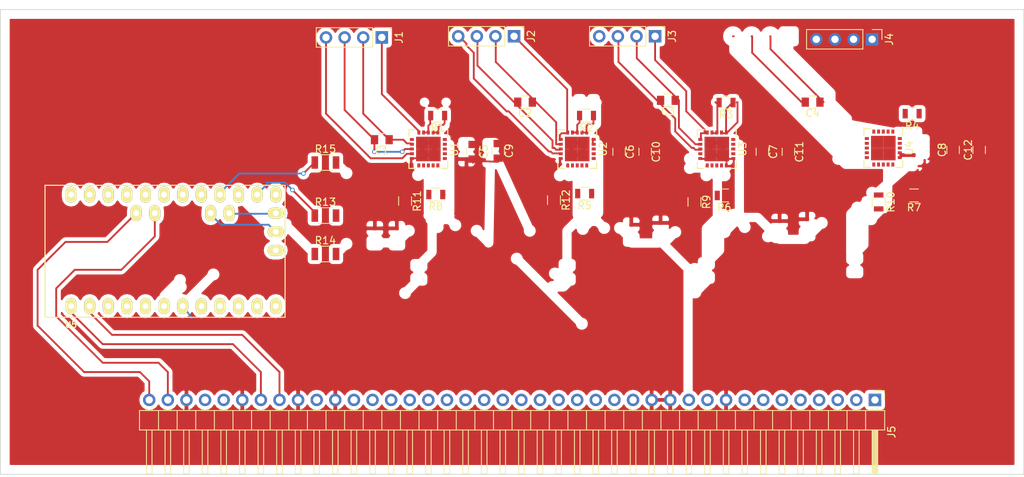
<source format=kicad_pcb>
(kicad_pcb (version 4) (host pcbnew 4.0.6)
  (layers (0 F.Cu signal) (31 B.Cu signal) (34 B.Paste user) (35 F.Paste user) (36 B.SilkS user) (37 F.SilkS user) (38 B.Mask user) (39 F.Mask user) (44 Edge.Cuts user))
  (net 0 "")
  (net 1 /RTDIN0+)
  (net 2 /RTDIN0-)
  (net 3 /RTDIN1+)
  (net 4 /RTDIN1-)
  (net 5 /RTDIN2+)
  (net 6 /RTDIN2-)
  (net 7 /RTDIN3+)
  (net 8 /RTDIN3-)
  (net 9 VDD)
  (net 10 GND)
  (net 11 /IFORCE0+)
  (net 12 /FORCE0-)
  (net 13 /IFORCE1+)
  (net 14 /FORCE1-)
  (net 15 /IFORCE2+)
  (net 16 /FORCE2-)
  (net 17 /IFORCE3+)
  (net 18 /FORCE3-)
  (net 19 "Net-(J5-Pad1)")
  (net 20 "Net-(J5-Pad2)")
  (net 21 "Net-(J5-Pad3)")
  (net 22 "Net-(J5-Pad4)")
  (net 23 "Net-(J5-Pad7)")
  (net 24 "Net-(J5-Pad8)")
  (net 25 VCC)
  (net 26 "Net-(J5-Pad14)")
  (net 27 "Net-(J5-Pad15)")
  (net 28 "Net-(J5-Pad16)")
  (net 29 "Net-(J5-Pad17)")
  (net 30 "Net-(J5-Pad18)")
  (net 31 "Net-(J5-Pad19)")
  (net 32 "Net-(J5-Pad20)")
  (net 33 "Net-(J5-Pad21)")
  (net 34 "Net-(J5-Pad22)")
  (net 35 "Net-(J5-Pad23)")
  (net 36 "Net-(J5-Pad24)")
  (net 37 "Net-(J5-Pad25)")
  (net 38 "Net-(J5-Pad26)")
  (net 39 "Net-(J5-Pad27)")
  (net 40 "Net-(J5-Pad28)")
  (net 41 "Net-(J5-Pad29)")
  (net 42 "Net-(J5-Pad31)")
  (net 43 "Net-(J5-Pad36)")
  (net 44 "Net-(J5-Pad37)")
  (net 45 "Net-(R1-Pad1)")
  (net 46 "Net-(R1-Pad2)")
  (net 47 "Net-(R2-Pad1)")
  (net 48 "Net-(R2-Pad2)")
  (net 49 "Net-(R3-Pad1)")
  (net 50 "Net-(R3-Pad2)")
  (net 51 "Net-(R4-Pad1)")
  (net 52 "Net-(R4-Pad2)")
  (net 53 "Net-(R12-Pad1)")
  (net 54 "Net-(R6-Pad2)")
  (net 55 "Net-(R10-Pad1)")
  (net 56 "Net-(R11-Pad1)")
  (net 57 "Net-(R13-Pad2)")
  (net 58 "Net-(R14-Pad2)")
  (net 59 "Net-(R15-Pad2)")
  (net 60 "Net-(U1-Pad17)")
  (net 61 "Net-(U1-Pad18)")
  (net 62 "Net-(U2-Pad17)")
  (net 63 "Net-(U2-Pad18)")
  (net 64 "Net-(U3-Pad17)")
  (net 65 "Net-(U3-Pad18)")
  (net 66 "Net-(U3-Pad20)")
  (net 67 "Net-(U4-Pad17)")
  (net 68 "Net-(U4-Pad18)")
  (net 69 SCL)
  (net 70 SDA)
  (net 71 "Net-(R13-Pad1)")
  (net 72 "Net-(R14-Pad1)")
  (net 73 "Net-(R15-Pad1)")
  (net 74 "Net-(U5-Pad28)")
  (net 75 "Net-(U5-Pad27)")
  (net 76 RST)
  (net 77 "Net-(U5-Pad4)")
  (net 78 "Net-(U5-Pad9)")
  (net 79 "Net-(U5-Pad10)")
  (net 80 "Net-(U5-Pad11)")
  (net 81 "Net-(U5-Pad12)")
  (net 82 "Net-(U5-Pad13)")
  (net 83 "Net-(U5-Pad17)")
  (net 84 "Net-(U5-Pad18)")
  (net 85 "Net-(U5-Pad19)")
  (net 86 "Net-(U5-Pad20)")
  (net 87 "Net-(U5-Pad21)")
  (net 88 "Net-(U5-Pad22)")
  (net 89 "Net-(U5-Pad23)")
  (net 90 "Net-(U5-Pad29)")
  (net 91 TX)
  (net 92 RX)
  (net 93 CS2)
  (net 94 CS3)
  (net 95 CS0)
  (net 96 CS1)
  (net 97 "Net-(J5-Pad5)")
  (net 98 "Net-(J5-Pad6)")
  (module project_footprints:pro_mini (layer F.Cu) (at 79.5 102.75)
    (fp_text reference U5 (at -13.97 10.16) (layer F.SilkS) (effects (font (size 0.8 0.8) (thickness 0.16))))
    (fp_text value ProMini hide)
    (pad 28 thru_hole oval (at 5.08 -5.08) (size 1.50114 2.19964) (drill 0.8001) (layers *.Cu *.Mask F.SilkS) (net 74 "Net-(U5-Pad28)"))
    (pad 27 thru_hole oval (at 7.62 -5.08) (size 1.50114 2.19964) (drill 0.8001) (layers *.Cu *.Mask F.SilkS) (net 75 "Net-(U5-Pad27)"))
    (pad 1 thru_hole oval (at -13.97 7.62) (size 1.50114 2.19964) (drill 0.8001) (layers *.Cu *.Mask F.SilkS) (net 91 TX))
    (pad 2 thru_hole oval (at -11.43 7.62) (size 1.50114 2.19964) (drill 0.8001) (layers *.Cu *.Mask F.SilkS) (net 92 RX))
    (pad 3 thru_hole oval (at -8.89 7.62) (size 1.50114 2.19964) (drill 0.8001) (layers *.Cu *.Mask F.SilkS) (net 76 RST))
    (pad 4 thru_hole oval (at -6.35 7.62) (size 1.50114 2.19964) (drill 0.8001) (layers *.Cu *.Mask F.SilkS) (net 77 "Net-(U5-Pad4)"))
    (pad 5 thru_hole oval (at -3.81 7.62) (size 1.50114 2.19964) (drill 0.8001) (layers *.Cu *.Mask F.SilkS) (net 95 CS0))
    (pad 6 thru_hole oval (at -1.27 7.62) (size 1.50114 2.19964) (drill 0.8001) (layers *.Cu *.Mask F.SilkS) (net 96 CS1))
    (pad 7 thru_hole oval (at 1.27 7.62) (size 1.50114 2.19964) (drill 0.8001) (layers *.Cu *.Mask F.SilkS) (net 93 CS2))
    (pad 8 thru_hole oval (at 3.81 7.62) (size 1.50114 2.19964) (drill 0.8001) (layers *.Cu *.Mask F.SilkS) (net 94 CS3))
    (pad 9 thru_hole oval (at 6.35 7.62) (size 1.50114 2.19964) (drill 0.8001) (layers *.Cu *.Mask F.SilkS) (net 78 "Net-(U5-Pad9)"))
    (pad 10 thru_hole oval (at 8.89 7.62) (size 1.50114 2.19964) (drill 0.8001) (layers *.Cu *.Mask F.SilkS) (net 79 "Net-(U5-Pad10)"))
    (pad 11 thru_hole oval (at 11.43 7.62) (size 1.50114 2.19964) (drill 0.8001) (layers *.Cu *.Mask F.SilkS) (net 80 "Net-(U5-Pad11)"))
    (pad 12 thru_hole oval (at 13.97 7.62) (size 1.50114 2.19964) (drill 0.8001) (layers *.Cu *.Mask F.SilkS) (net 81 "Net-(U5-Pad12)"))
    (pad 13 thru_hole oval (at 13.97 -7.62) (size 1.50114 2.19964) (drill 0.8001) (layers *.Cu *.Mask F.SilkS) (net 82 "Net-(U5-Pad13)"))
    (pad 14 thru_hole oval (at 11.43 -7.62) (size 1.50114 2.19964) (drill 0.8001) (layers *.Cu *.Mask F.SilkS) (net 71 "Net-(R13-Pad1)"))
    (pad 15 thru_hole oval (at 8.89 -7.62) (size 1.50114 2.19964) (drill 0.8001) (layers *.Cu *.Mask F.SilkS) (net 72 "Net-(R14-Pad1)"))
    (pad 16 thru_hole oval (at 6.35 -7.62) (size 1.50114 2.19964) (drill 0.8001) (layers *.Cu *.Mask F.SilkS) (net 73 "Net-(R15-Pad1)"))
    (pad 17 thru_hole oval (at 3.81 -7.62) (size 1.50114 2.19964) (drill 0.8001) (layers *.Cu *.Mask F.SilkS) (net 83 "Net-(U5-Pad17)"))
    (pad 18 thru_hole oval (at 1.27 -7.62) (size 1.50114 2.19964) (drill 0.8001) (layers *.Cu *.Mask F.SilkS) (net 84 "Net-(U5-Pad18)"))
    (pad 19 thru_hole oval (at -1.27 -7.62) (size 1.50114 2.19964) (drill 0.8001) (layers *.Cu *.Mask F.SilkS) (net 85 "Net-(U5-Pad19)"))
    (pad 20 thru_hole oval (at -3.81 -7.62) (size 1.50114 2.19964) (drill 0.8001) (layers *.Cu *.Mask F.SilkS) (net 86 "Net-(U5-Pad20)"))
    (pad 21 thru_hole oval (at -6.35 -7.62) (size 1.50114 2.19964) (drill 0.8001) (layers *.Cu *.Mask F.SilkS) (net 87 "Net-(U5-Pad21)"))
    (pad 22 thru_hole oval (at -8.89 -7.62) (size 1.50114 2.19964) (drill 0.8001) (layers *.Cu *.Mask F.SilkS) (net 88 "Net-(U5-Pad22)"))
    (pad 23 thru_hole oval (at -11.43 -7.62) (size 1.50114 2.19964) (drill 0.8001) (layers *.Cu *.Mask F.SilkS) (net 89 "Net-(U5-Pad23)"))
    (pad 24 thru_hole oval (at -13.97 -7.62) (size 1.50114 2.19964) (drill 0.8001) (layers *.Cu *.Mask F.SilkS) (net 25 VCC))
    (pad 25 thru_hole oval (at -2.54 -5.08) (size 1.50114 2.19964) (drill 0.8001) (layers *.Cu *.Mask F.SilkS) (net 70 SDA))
    (pad 26 thru_hole oval (at -5.08 -5.08) (size 1.50114 2.19964) (drill 0.8001) (layers *.Cu *.Mask F.SilkS) (net 69 SCL))
    (pad 27 thru_hole oval (at 13.97 -5.08) (size 2.19964 1.50114) (drill 0.8001) (layers *.Cu *.Mask F.SilkS) (net 75 "Net-(U5-Pad27)"))
    (pad 28 thru_hole oval (at 13.97 -2.54) (size 2.19964 1.50114) (drill 0.8001) (layers *.Cu *.Mask F.SilkS) (net 74 "Net-(U5-Pad28)"))
    (pad 29 thru_hole oval (at 13.97 0) (size 2.19964 1.50114) (drill 0.8001) (layers *.Cu *.Mask F.SilkS) (net 90 "Net-(U5-Pad29)"))
  )
  (module Socket_Strips:Socket_Strip_Straight_1x04_Pitch2.54mm (layer F.Cu) (at 107.95 73.66 270)
    (fp_text reference J1 (at 0 -2.33 270) (layer F.SilkS))
    (fp_text value CONN_01X04)
    (pad 1 thru_hole rect (at 0 0 270) (size 1.7 1.7) (drill 1) (layers *.Cu *.Mask) (net 11 /IFORCE0+))
    (pad 2 thru_hole oval (at 0 2.54 270) (size 1.7 1.7) (drill 1) (layers *.Cu *.Mask) (net 1 /RTDIN0+))
    (pad 3 thru_hole oval (at 0 5.08 270) (size 1.7 1.7) (drill 1) (layers *.Cu *.Mask) (net 2 /RTDIN0-))
    (pad 4 thru_hole oval (at 0 7.62 270) (size 1.7 1.7) (drill 1) (layers *.Cu *.Mask) (net 12 /FORCE0-))
  )
  (module Socket_Strips:Socket_Strip_Straight_1x04_Pitch2.54mm (layer F.Cu) (at 126 73.5 270)
    (fp_text reference J2 (at 0 -2.33 270) (layer F.SilkS))
    (fp_text value CONN_01X04)
    (pad 1 thru_hole rect (at 0 0 270) (size 1.7 1.7) (drill 1) (layers *.Cu *.Mask) (net 13 /IFORCE1+))
    (pad 2 thru_hole oval (at 0 2.54 270) (size 1.7 1.7) (drill 1) (layers *.Cu *.Mask) (net 3 /RTDIN1+))
    (pad 3 thru_hole oval (at 0 5.08 270) (size 1.7 1.7) (drill 1) (layers *.Cu *.Mask) (net 4 /RTDIN1-))
    (pad 4 thru_hole oval (at 0 7.62 270) (size 1.7 1.7) (drill 1) (layers *.Cu *.Mask) (net 14 /FORCE1-))
  )
  (module Socket_Strips:Socket_Strip_Straight_1x04_Pitch2.54mm (layer F.Cu) (at 145.25 73.5 270)
    (fp_text reference J3 (at 0 -2.33 270) (layer F.SilkS))
    (fp_text value CONN_01X04)
    (pad 1 thru_hole rect (at 0 0 270) (size 1.7 1.7) (drill 1) (layers *.Cu *.Mask) (net 15 /IFORCE2+))
    (pad 2 thru_hole oval (at 0 2.54 270) (size 1.7 1.7) (drill 1) (layers *.Cu *.Mask) (net 5 /RTDIN2+))
    (pad 3 thru_hole oval (at 0 5.08 270) (size 1.7 1.7) (drill 1) (layers *.Cu *.Mask) (net 6 /RTDIN2-))
    (pad 4 thru_hole oval (at 0 7.62 270) (size 1.7 1.7) (drill 1) (layers *.Cu *.Mask) (net 16 /FORCE2-))
  )
  (module Socket_Strips:Socket_Strip_Straight_1x04_Pitch2.54mm (layer F.Cu) (at 174.879 73.914 270)
    (fp_text reference J4 (at 0 -2.33 270) (layer F.SilkS))
    (fp_text value CONN_01X04)
    (pad 1 thru_hole rect (at 0 0 270) (size 1.7 1.7) (drill 1) (layers *.Cu *.Mask) (net 17 /IFORCE3+))
    (pad 2 thru_hole oval (at 0 2.54 270) (size 1.7 1.7) (drill 1) (layers *.Cu *.Mask) (net 7 /RTDIN3+))
    (pad 3 thru_hole oval (at 0 5.08 270) (size 1.7 1.7) (drill 1) (layers *.Cu *.Mask) (net 8 /RTDIN3-))
    (pad 4 thru_hole oval (at 0 7.62 270) (size 1.7 1.7) (drill 1) (layers *.Cu *.Mask) (net 18 /FORCE3-))
  )
  (module Pin_Headers:Pin_Header_Angled_1x40_Pitch2.54mm (layer F.Cu) (at 175.26 123.19 270)
    (fp_text reference J5 (at 4.385 -2.27 270) (layer F.SilkS))
    (fp_text value CONN_01X40)
    (pad 1 thru_hole rect (at 0 0 270) (size 1.7 1.7) (drill 1) (layers *.Cu *.Mask) (net 19 "Net-(J5-Pad1)"))
    (pad 2 thru_hole oval (at 0 2.54 270) (size 1.7 1.7) (drill 1) (layers *.Cu *.Mask) (net 20 "Net-(J5-Pad2)"))
    (pad 3 thru_hole oval (at 0 5.08 270) (size 1.7 1.7) (drill 1) (layers *.Cu *.Mask) (net 21 "Net-(J5-Pad3)"))
    (pad 4 thru_hole oval (at 0 7.62 270) (size 1.7 1.7) (drill 1) (layers *.Cu *.Mask) (net 22 "Net-(J5-Pad4)"))
    (pad 5 thru_hole oval (at 0 10.16 270) (size 1.7 1.7) (drill 1) (layers *.Cu *.Mask) (net 97 "Net-(J5-Pad5)"))
    (pad 6 thru_hole oval (at 0 12.7 270) (size 1.7 1.7) (drill 1) (layers *.Cu *.Mask) (net 98 "Net-(J5-Pad6)"))
    (pad 7 thru_hole oval (at 0 15.24 270) (size 1.7 1.7) (drill 1) (layers *.Cu *.Mask) (net 23 "Net-(J5-Pad7)"))
    (pad 8 thru_hole oval (at 0 17.78 270) (size 1.7 1.7) (drill 1) (layers *.Cu *.Mask) (net 24 "Net-(J5-Pad8)"))
    (pad 9 thru_hole oval (at 0 20.32 270) (size 1.7 1.7) (drill 1) (layers *.Cu *.Mask) (net 10 GND))
    (pad 10 thru_hole oval (at 0 22.86 270) (size 1.7 1.7) (drill 1) (layers *.Cu *.Mask) (net 25 VCC))
    (pad 11 thru_hole oval (at 0 25.4 270) (size 1.7 1.7) (drill 1) (layers *.Cu *.Mask) (net 9 VDD))
    (pad 12 thru_hole oval (at 0 27.94 270) (size 1.7 1.7) (drill 1) (layers *.Cu *.Mask) (net 10 GND))
    (pad 13 thru_hole oval (at 0 30.48 270) (size 1.7 1.7) (drill 1) (layers *.Cu *.Mask) (net 10 GND))
    (pad 14 thru_hole oval (at 0 33.02 270) (size 1.7 1.7) (drill 1) (layers *.Cu *.Mask) (net 26 "Net-(J5-Pad14)"))
    (pad 15 thru_hole oval (at 0 35.56 270) (size 1.7 1.7) (drill 1) (layers *.Cu *.Mask) (net 27 "Net-(J5-Pad15)"))
    (pad 16 thru_hole oval (at 0 38.1 270) (size 1.7 1.7) (drill 1) (layers *.Cu *.Mask) (net 28 "Net-(J5-Pad16)"))
    (pad 17 thru_hole oval (at 0 40.64 270) (size 1.7 1.7) (drill 1) (layers *.Cu *.Mask) (net 29 "Net-(J5-Pad17)"))
    (pad 18 thru_hole oval (at 0 43.18 270) (size 1.7 1.7) (drill 1) (layers *.Cu *.Mask) (net 30 "Net-(J5-Pad18)"))
    (pad 19 thru_hole oval (at 0 45.72 270) (size 1.7 1.7) (drill 1) (layers *.Cu *.Mask) (net 31 "Net-(J5-Pad19)"))
    (pad 20 thru_hole oval (at 0 48.26 270) (size 1.7 1.7) (drill 1) (layers *.Cu *.Mask) (net 32 "Net-(J5-Pad20)"))
    (pad 21 thru_hole oval (at 0 50.8 270) (size 1.7 1.7) (drill 1) (layers *.Cu *.Mask) (net 33 "Net-(J5-Pad21)"))
    (pad 22 thru_hole oval (at 0 53.34 270) (size 1.7 1.7) (drill 1) (layers *.Cu *.Mask) (net 34 "Net-(J5-Pad22)"))
    (pad 23 thru_hole oval (at 0 55.88 270) (size 1.7 1.7) (drill 1) (layers *.Cu *.Mask) (net 35 "Net-(J5-Pad23)"))
    (pad 24 thru_hole oval (at 0 58.42 270) (size 1.7 1.7) (drill 1) (layers *.Cu *.Mask) (net 36 "Net-(J5-Pad24)"))
    (pad 25 thru_hole oval (at 0 60.96 270) (size 1.7 1.7) (drill 1) (layers *.Cu *.Mask) (net 37 "Net-(J5-Pad25)"))
    (pad 26 thru_hole oval (at 0 63.5 270) (size 1.7 1.7) (drill 1) (layers *.Cu *.Mask) (net 38 "Net-(J5-Pad26)"))
    (pad 27 thru_hole oval (at 0 66.04 270) (size 1.7 1.7) (drill 1) (layers *.Cu *.Mask) (net 39 "Net-(J5-Pad27)"))
    (pad 28 thru_hole oval (at 0 68.58 270) (size 1.7 1.7) (drill 1) (layers *.Cu *.Mask) (net 40 "Net-(J5-Pad28)"))
    (pad 29 thru_hole oval (at 0 71.12 270) (size 1.7 1.7) (drill 1) (layers *.Cu *.Mask) (net 41 "Net-(J5-Pad29)"))
    (pad 30 thru_hole oval (at 0 73.66 270) (size 1.7 1.7) (drill 1) (layers *.Cu *.Mask) (net 10 GND))
    (pad 31 thru_hole oval (at 0 76.2 270) (size 1.7 1.7) (drill 1) (layers *.Cu *.Mask) (net 42 "Net-(J5-Pad31)"))
    (pad 32 thru_hole oval (at 0 78.74 270) (size 1.7 1.7) (drill 1) (layers *.Cu *.Mask) (net 10 GND))
    (pad 33 thru_hole oval (at 0 81.28 270) (size 1.7 1.7) (drill 1) (layers *.Cu *.Mask) (net 92 RX))
    (pad 34 thru_hole oval (at 0 83.82 270) (size 1.7 1.7) (drill 1) (layers *.Cu *.Mask) (net 91 TX))
    (pad 35 thru_hole oval (at 0 86.36 270) (size 1.7 1.7) (drill 1) (layers *.Cu *.Mask) (net 10 GND))
    (pad 36 thru_hole oval (at 0 88.9 270) (size 1.7 1.7) (drill 1) (layers *.Cu *.Mask) (net 43 "Net-(J5-Pad36)"))
    (pad 37 thru_hole oval (at 0 91.44 270) (size 1.7 1.7) (drill 1) (layers *.Cu *.Mask) (net 44 "Net-(J5-Pad37)"))
    (pad 38 thru_hole oval (at 0 93.98 270) (size 1.7 1.7) (drill 1) (layers *.Cu *.Mask) (net 10 GND))
    (pad 39 thru_hole oval (at 0 96.52 270) (size 1.7 1.7) (drill 1) (layers *.Cu *.Mask) (net 70 SDA))
    (pad 40 thru_hole oval (at 0 99.06 270) (size 1.7 1.7) (drill 1) (layers *.Cu *.Mask) (net 69 SCL))
  )
  (module Resistors_SMD:R_1206 (layer F.Cu) (at 100.25 98)
    (fp_text reference R13 (at 0 -1.85) (layer F.SilkS))
    (fp_text value 150)
    (pad 1 smd rect (at -1.45 0) (size 0.9 1.7) (layers F.Cu F.Paste F.Mask) (net 71 "Net-(R13-Pad1)"))
    (pad 2 smd rect (at 1.45 0) (size 0.9 1.7) (layers F.Cu F.Paste F.Mask) (net 57 "Net-(R13-Pad2)"))
  )
  (module Resistors_SMD:R_1206 (layer F.Cu) (at 100.25 103.25)
    (fp_text reference R14 (at 0 -1.85) (layer F.SilkS))
    (fp_text value 150)
    (pad 1 smd rect (at -1.45 0) (size 0.9 1.7) (layers F.Cu F.Paste F.Mask) (net 72 "Net-(R14-Pad1)"))
    (pad 2 smd rect (at 1.45 0) (size 0.9 1.7) (layers F.Cu F.Paste F.Mask) (net 58 "Net-(R14-Pad2)"))
  )
  (module Resistors_SMD:R_1206 (layer F.Cu) (at 100.25 90.75)
    (fp_text reference R15 (at 0 -1.85) (layer F.SilkS))
    (fp_text value 150)
    (pad 1 smd rect (at -1.45 0) (size 0.9 1.7) (layers F.Cu F.Paste F.Mask) (net 73 "Net-(R15-Pad1)"))
    (pad 2 smd rect (at 1.45 0) (size 0.9 1.7) (layers F.Cu F.Paste F.Mask) (net 59 "Net-(R15-Pad2)"))
  )
  (module project_footprints:QFN-20-1EP_5x5mm_Pitch0.65mm (layer F.Cu) (at 114.3 88.9 270)
    (fp_text reference U1 (at 0 -3.525 270) (layer F.SilkS))
    (fp_text value MAX31865)
    (pad 1 smd rect (at -2.25 -1.3 270) (size 0.55 0.4) (layers F.Cu F.Paste F.Mask) (net 45 "Net-(R1-Pad1)"))
    (pad 2 smd rect (at -2.25 -0.65 270) (size 0.55 0.4) (layers F.Cu F.Paste F.Mask) (net 45 "Net-(R1-Pad1)"))
    (pad 3 smd rect (at -2.25 0 270) (size 0.55 0.4) (layers F.Cu F.Paste F.Mask) (net 46 "Net-(R1-Pad2)"))
    (pad 4 smd rect (at -2.25 0.65 270) (size 0.55 0.4) (layers F.Cu F.Paste F.Mask) (net 46 "Net-(R1-Pad2)"))
    (pad 5 smd rect (at -2.25 1.3 270) (size 0.55 0.4) (layers F.Cu F.Paste F.Mask) (net 11 /IFORCE0+))
    (pad 6 smd rect (at -1.3 2.25) (size 0.55 0.4) (layers F.Cu F.Paste F.Mask) (net 11 /IFORCE0+))
    (pad 7 smd rect (at -0.65 2.25) (size 0.55 0.4) (layers F.Cu F.Paste F.Mask) (net 1 /RTDIN0+))
    (pad 8 smd rect (at 0 2.25) (size 0.55 0.4) (layers F.Cu F.Paste F.Mask) (net 2 /RTDIN0-))
    (pad 9 smd rect (at 0.65 2.25) (size 0.55 0.4) (layers F.Cu F.Paste F.Mask) (net 12 /FORCE0-))
    (pad 10 smd rect (at 1.3 2.25) (size 0.55 0.4) (layers F.Cu F.Paste F.Mask) (net 10 GND))
    (pad 11 smd rect (at 2.25 1.3 270) (size 0.55 0.4) (layers F.Cu F.Paste F.Mask) (net 57 "Net-(R13-Pad2)"))
    (pad 12 smd rect (at 2.25 0.65 270) (size 0.55 0.4) (layers F.Cu F.Paste F.Mask) (net 59 "Net-(R15-Pad2)"))
    (pad 13 smd rect (at 2.25 0 270) (size 0.55 0.4) (layers F.Cu F.Paste F.Mask) (net 56 "Net-(R11-Pad1)"))
    (pad 14 smd rect (at 2.25 -0.65 270) (size 0.55 0.4) (layers F.Cu F.Paste F.Mask) (net 58 "Net-(R14-Pad2)"))
    (pad 15 smd rect (at 2.25 -1.3 270) (size 0.55 0.4) (layers F.Cu F.Paste F.Mask) (net 10 GND))
    (pad 16 smd rect (at 1.3 -2.25) (size 0.55 0.4) (layers F.Cu F.Paste F.Mask) (net 10 GND))
    (pad 17 smd rect (at 0.65 -2.25) (size 0.55 0.4) (layers F.Cu F.Paste F.Mask) (net 60 "Net-(U1-Pad17)"))
    (pad 18 smd rect (at 0 -2.25) (size 0.55 0.4) (layers F.Cu F.Paste F.Mask) (net 61 "Net-(U1-Pad18)"))
    (pad 19 smd rect (at -0.65 -2.25) (size 0.55 0.4) (layers F.Cu F.Paste F.Mask) (net 9 VDD))
    (pad 20 smd rect (at -1.3 -2.25) (size 0.55 0.4) (layers F.Cu F.Paste F.Mask) (net 9 VDD))
    (pad 21 smd rect (at 0.8375 0.8375 270) (size 1.675 1.675) (layers F.Cu F.Paste F.Mask) (net 10 GND))
    (pad 21 smd rect (at 0.8375 -0.8375 270) (size 1.675 1.675) (layers F.Cu F.Paste F.Mask) (net 10 GND))
    (pad 21 smd rect (at -0.8375 0.8375 270) (size 1.675 1.675) (layers F.Cu F.Paste F.Mask) (net 10 GND))
    (pad 21 smd rect (at -0.8375 -0.8375 270) (size 1.675 1.675) (layers F.Cu F.Paste F.Mask) (net 10 GND))
  )
  (module project_footprints:QFN-20-1EP_5x5mm_Pitch0.65mm (layer F.Cu) (at 134.62 88.9 270)
    (fp_text reference U2 (at 0 -3.525 270) (layer F.SilkS))
    (fp_text value MAX31865)
    (pad 1 smd rect (at -2.25 -1.3 270) (size 0.55 0.4) (layers F.Cu F.Paste F.Mask) (net 47 "Net-(R2-Pad1)"))
    (pad 2 smd rect (at -2.25 -0.65 270) (size 0.55 0.4) (layers F.Cu F.Paste F.Mask) (net 47 "Net-(R2-Pad1)"))
    (pad 3 smd rect (at -2.25 0 270) (size 0.55 0.4) (layers F.Cu F.Paste F.Mask) (net 48 "Net-(R2-Pad2)"))
    (pad 4 smd rect (at -2.25 0.65 270) (size 0.55 0.4) (layers F.Cu F.Paste F.Mask) (net 48 "Net-(R2-Pad2)"))
    (pad 5 smd rect (at -2.25 1.3 270) (size 0.55 0.4) (layers F.Cu F.Paste F.Mask) (net 13 /IFORCE1+))
    (pad 6 smd rect (at -1.3 2.25) (size 0.55 0.4) (layers F.Cu F.Paste F.Mask) (net 13 /IFORCE1+))
    (pad 7 smd rect (at -0.65 2.25) (size 0.55 0.4) (layers F.Cu F.Paste F.Mask) (net 3 /RTDIN1+))
    (pad 8 smd rect (at 0 2.25) (size 0.55 0.4) (layers F.Cu F.Paste F.Mask) (net 4 /RTDIN1-))
    (pad 9 smd rect (at 0.65 2.25) (size 0.55 0.4) (layers F.Cu F.Paste F.Mask) (net 14 /FORCE1-))
    (pad 10 smd rect (at 1.3 2.25) (size 0.55 0.4) (layers F.Cu F.Paste F.Mask) (net 10 GND))
    (pad 11 smd rect (at 2.25 1.3 270) (size 0.55 0.4) (layers F.Cu F.Paste F.Mask) (net 57 "Net-(R13-Pad2)"))
    (pad 12 smd rect (at 2.25 0.65 270) (size 0.55 0.4) (layers F.Cu F.Paste F.Mask) (net 59 "Net-(R15-Pad2)"))
    (pad 13 smd rect (at 2.25 0 270) (size 0.55 0.4) (layers F.Cu F.Paste F.Mask) (net 53 "Net-(R12-Pad1)"))
    (pad 14 smd rect (at 2.25 -0.65 270) (size 0.55 0.4) (layers F.Cu F.Paste F.Mask) (net 58 "Net-(R14-Pad2)"))
    (pad 15 smd rect (at 2.25 -1.3 270) (size 0.55 0.4) (layers F.Cu F.Paste F.Mask) (net 10 GND))
    (pad 16 smd rect (at 1.3 -2.25) (size 0.55 0.4) (layers F.Cu F.Paste F.Mask) (net 10 GND))
    (pad 17 smd rect (at 0.65 -2.25) (size 0.55 0.4) (layers F.Cu F.Paste F.Mask) (net 62 "Net-(U2-Pad17)"))
    (pad 18 smd rect (at 0 -2.25) (size 0.55 0.4) (layers F.Cu F.Paste F.Mask) (net 63 "Net-(U2-Pad18)"))
    (pad 19 smd rect (at -0.65 -2.25) (size 0.55 0.4) (layers F.Cu F.Paste F.Mask) (net 9 VDD))
    (pad 20 smd rect (at -1.3 -2.25) (size 0.55 0.4) (layers F.Cu F.Paste F.Mask) (net 9 VDD))
    (pad 21 smd rect (at 0.8375 0.8375 270) (size 1.675 1.675) (layers F.Cu F.Paste F.Mask) (net 10 GND))
    (pad 21 smd rect (at 0.8375 -0.8375 270) (size 1.675 1.675) (layers F.Cu F.Paste F.Mask) (net 10 GND))
    (pad 21 smd rect (at -0.8375 0.8375 270) (size 1.675 1.675) (layers F.Cu F.Paste F.Mask) (net 10 GND))
    (pad 21 smd rect (at -0.8375 -0.8375 270) (size 1.675 1.675) (layers F.Cu F.Paste F.Mask) (net 10 GND))
  )
  (module project_footprints:QFN-20-1EP_5x5mm_Pitch0.65mm (layer F.Cu) (at 153.67 88.9 270)
    (fp_text reference U3 (at 0 -3.525 270) (layer F.SilkS))
    (fp_text value MAX31865)
    (pad 1 smd rect (at -2.25 -1.3 270) (size 0.55 0.4) (layers F.Cu F.Paste F.Mask) (net 49 "Net-(R3-Pad1)"))
    (pad 2 smd rect (at -2.25 -0.65 270) (size 0.55 0.4) (layers F.Cu F.Paste F.Mask) (net 49 "Net-(R3-Pad1)"))
    (pad 3 smd rect (at -2.25 0 270) (size 0.55 0.4) (layers F.Cu F.Paste F.Mask) (net 50 "Net-(R3-Pad2)"))
    (pad 4 smd rect (at -2.25 0.65 270) (size 0.55 0.4) (layers F.Cu F.Paste F.Mask) (net 50 "Net-(R3-Pad2)"))
    (pad 5 smd rect (at -2.25 1.3 270) (size 0.55 0.4) (layers F.Cu F.Paste F.Mask) (net 15 /IFORCE2+))
    (pad 6 smd rect (at -1.3 2.25) (size 0.55 0.4) (layers F.Cu F.Paste F.Mask) (net 15 /IFORCE2+))
    (pad 7 smd rect (at -0.65 2.25) (size 0.55 0.4) (layers F.Cu F.Paste F.Mask) (net 5 /RTDIN2+))
    (pad 8 smd rect (at 0 2.25) (size 0.55 0.4) (layers F.Cu F.Paste F.Mask) (net 6 /RTDIN2-))
    (pad 9 smd rect (at 0.65 2.25) (size 0.55 0.4) (layers F.Cu F.Paste F.Mask) (net 16 /FORCE2-))
    (pad 10 smd rect (at 1.3 2.25) (size 0.55 0.4) (layers F.Cu F.Paste F.Mask) (net 10 GND))
    (pad 11 smd rect (at 2.25 1.3 270) (size 0.55 0.4) (layers F.Cu F.Paste F.Mask) (net 57 "Net-(R13-Pad2)"))
    (pad 12 smd rect (at 2.25 0.65 270) (size 0.55 0.4) (layers F.Cu F.Paste F.Mask) (net 59 "Net-(R15-Pad2)"))
    (pad 13 smd rect (at 2.25 0 270) (size 0.55 0.4) (layers F.Cu F.Paste F.Mask) (net 54 "Net-(R6-Pad2)"))
    (pad 14 smd rect (at 2.25 -0.65 270) (size 0.55 0.4) (layers F.Cu F.Paste F.Mask) (net 58 "Net-(R14-Pad2)"))
    (pad 15 smd rect (at 2.25 -1.3 270) (size 0.55 0.4) (layers F.Cu F.Paste F.Mask) (net 10 GND))
    (pad 16 smd rect (at 1.3 -2.25) (size 0.55 0.4) (layers F.Cu F.Paste F.Mask) (net 10 GND))
    (pad 17 smd rect (at 0.65 -2.25) (size 0.55 0.4) (layers F.Cu F.Paste F.Mask) (net 64 "Net-(U3-Pad17)"))
    (pad 18 smd rect (at 0 -2.25) (size 0.55 0.4) (layers F.Cu F.Paste F.Mask) (net 65 "Net-(U3-Pad18)"))
    (pad 19 smd rect (at -0.65 -2.25) (size 0.55 0.4) (layers F.Cu F.Paste F.Mask) (net 9 VDD))
    (pad 20 smd rect (at -1.3 -2.25) (size 0.55 0.4) (layers F.Cu F.Paste F.Mask) (net 66 "Net-(U3-Pad20)"))
    (pad 21 smd rect (at 0.8375 0.8375 270) (size 1.675 1.675) (layers F.Cu F.Paste F.Mask) (net 10 GND))
    (pad 21 smd rect (at 0.8375 -0.8375 270) (size 1.675 1.675) (layers F.Cu F.Paste F.Mask) (net 10 GND))
    (pad 21 smd rect (at -0.8375 0.8375 270) (size 1.675 1.675) (layers F.Cu F.Paste F.Mask) (net 10 GND))
    (pad 21 smd rect (at -0.8375 -0.8375 270) (size 1.675 1.675) (layers F.Cu F.Paste F.Mask) (net 10 GND))
  )
  (module project_footprints:QFN-20-1EP_5x5mm_Pitch0.65mm (layer F.Cu) (at 176.403 88.773 270)
    (fp_text reference U4 (at 0 -3.525 270) (layer F.SilkS))
    (fp_text value MAX31865)
    (pad 1 smd rect (at -2.25 -1.3 270) (size 0.55 0.4) (layers F.Cu F.Paste F.Mask) (net 51 "Net-(R4-Pad1)"))
    (pad 2 smd rect (at -2.25 -0.65 270) (size 0.55 0.4) (layers F.Cu F.Paste F.Mask) (net 51 "Net-(R4-Pad1)"))
    (pad 3 smd rect (at -2.25 0 270) (size 0.55 0.4) (layers F.Cu F.Paste F.Mask) (net 52 "Net-(R4-Pad2)"))
    (pad 4 smd rect (at -2.25 0.65 270) (size 0.55 0.4) (layers F.Cu F.Paste F.Mask) (net 52 "Net-(R4-Pad2)"))
    (pad 5 smd rect (at -2.25 1.3 270) (size 0.55 0.4) (layers F.Cu F.Paste F.Mask) (net 17 /IFORCE3+))
    (pad 6 smd rect (at -1.3 2.25) (size 0.55 0.4) (layers F.Cu F.Paste F.Mask) (net 17 /IFORCE3+))
    (pad 7 smd rect (at -0.65 2.25) (size 0.55 0.4) (layers F.Cu F.Paste F.Mask) (net 7 /RTDIN3+))
    (pad 8 smd rect (at 0 2.25) (size 0.55 0.4) (layers F.Cu F.Paste F.Mask) (net 8 /RTDIN3-))
    (pad 9 smd rect (at 0.65 2.25) (size 0.55 0.4) (layers F.Cu F.Paste F.Mask) (net 18 /FORCE3-))
    (pad 10 smd rect (at 1.3 2.25) (size 0.55 0.4) (layers F.Cu F.Paste F.Mask) (net 10 GND))
    (pad 11 smd rect (at 2.25 1.3 270) (size 0.55 0.4) (layers F.Cu F.Paste F.Mask) (net 57 "Net-(R13-Pad2)"))
    (pad 12 smd rect (at 2.25 0.65 270) (size 0.55 0.4) (layers F.Cu F.Paste F.Mask) (net 59 "Net-(R15-Pad2)"))
    (pad 13 smd rect (at 2.25 0 270) (size 0.55 0.4) (layers F.Cu F.Paste F.Mask) (net 55 "Net-(R10-Pad1)"))
    (pad 14 smd rect (at 2.25 -0.65 270) (size 0.55 0.4) (layers F.Cu F.Paste F.Mask) (net 58 "Net-(R14-Pad2)"))
    (pad 15 smd rect (at 2.25 -1.3 270) (size 0.55 0.4) (layers F.Cu F.Paste F.Mask) (net 10 GND))
    (pad 16 smd rect (at 1.3 -2.25) (size 0.55 0.4) (layers F.Cu F.Paste F.Mask) (net 10 GND))
    (pad 17 smd rect (at 0.65 -2.25) (size 0.55 0.4) (layers F.Cu F.Paste F.Mask) (net 67 "Net-(U4-Pad17)"))
    (pad 18 smd rect (at 0 -2.25) (size 0.55 0.4) (layers F.Cu F.Paste F.Mask) (net 68 "Net-(U4-Pad18)"))
    (pad 19 smd rect (at -0.65 -2.25) (size 0.55 0.4) (layers F.Cu F.Paste F.Mask) (net 9 VDD))
    (pad 20 smd rect (at -1.3 -2.25) (size 0.55 0.4) (layers F.Cu F.Paste F.Mask) (net 9 VDD))
    (pad 21 smd rect (at 0.8375 0.8375 270) (size 1.675 1.675) (layers F.Cu F.Paste F.Mask) (net 10 GND))
    (pad 21 smd rect (at 0.8375 -0.8375 270) (size 1.675 1.675) (layers F.Cu F.Paste F.Mask) (net 10 GND))
    (pad 21 smd rect (at -0.8375 0.8375 270) (size 1.675 1.675) (layers F.Cu F.Paste F.Mask) (net 10 GND))
    (pad 21 smd rect (at -0.8375 -0.8375 270) (size 1.675 1.675) (layers F.Cu F.Paste F.Mask) (net 10 GND))
  )
  (module Resistors_SMD:R_0805 (layer F.Cu) (at 115.57 84.328 180)
    (fp_text reference R1 (at 0 -1.65 180) (layer F.SilkS))
    (fp_text value 400)
    (pad 1 smd rect (at -0.95 0 180) (size 0.7 1.3) (layers F.Cu F.Paste F.Mask) (net 45 "Net-(R1-Pad1)"))
    (pad 2 smd rect (at 0.95 0 180) (size 0.7 1.3) (layers F.Cu F.Paste F.Mask) (net 46 "Net-(R1-Pad2)"))
  )
  (module Resistors_SMD:R_0805 (layer F.Cu) (at 135.89 84.328 180)
    (fp_text reference R2 (at 0 -1.65 180) (layer F.SilkS))
    (fp_text value 400)
    (pad 1 smd rect (at -0.95 0 180) (size 0.7 1.3) (layers F.Cu F.Paste F.Mask) (net 47 "Net-(R2-Pad1)"))
    (pad 2 smd rect (at 0.95 0 180) (size 0.7 1.3) (layers F.Cu F.Paste F.Mask) (net 48 "Net-(R2-Pad2)"))
  )
  (module Resistors_SMD:R_0805 (layer F.Cu) (at 154.94 82.55 180)
    (fp_text reference R3 (at 0 -1.65 180) (layer F.SilkS))
    (fp_text value 400)
    (pad 1 smd rect (at -0.95 0 180) (size 0.7 1.3) (layers F.Cu F.Paste F.Mask) (net 49 "Net-(R3-Pad1)"))
    (pad 2 smd rect (at 0.95 0 180) (size 0.7 1.3) (layers F.Cu F.Paste F.Mask) (net 50 "Net-(R3-Pad2)"))
  )
  (module Resistors_SMD:R_0805 (layer F.Cu) (at 180.34 84.074 180)
    (fp_text reference R4 (at 0 -1.65 180) (layer F.SilkS))
    (fp_text value 400)
    (pad 1 smd rect (at -0.95 0 180) (size 0.7 1.3) (layers F.Cu F.Paste F.Mask) (net 51 "Net-(R4-Pad1)"))
    (pad 2 smd rect (at 0.95 0 180) (size 0.7 1.3) (layers F.Cu F.Paste F.Mask) (net 52 "Net-(R4-Pad2)"))
  )
  (module Resistors_SMD:R_0805 (layer F.Cu) (at 135.636 94.996 180)
    (fp_text reference R5 (at 0 -1.65 180) (layer F.SilkS))
    (fp_text value 150)
    (pad 1 smd rect (at -0.95 0 180) (size 0.7 1.3) (layers F.Cu F.Paste F.Mask) (net 9 VDD))
    (pad 2 smd rect (at 0.95 0 180) (size 0.7 1.3) (layers F.Cu F.Paste F.Mask) (net 53 "Net-(R12-Pad1)"))
  )
  (module Resistors_SMD:R_0805 (layer F.Cu) (at 154.686 95.25 180)
    (fp_text reference R6 (at 0 -1.65 180) (layer F.SilkS))
    (fp_text value 150)
    (pad 1 smd rect (at -0.95 0 180) (size 0.7 1.3) (layers F.Cu F.Paste F.Mask) (net 9 VDD))
    (pad 2 smd rect (at 0.95 0 180) (size 0.7 1.3) (layers F.Cu F.Paste F.Mask) (net 54 "Net-(R6-Pad2)"))
  )
  (module Resistors_SMD:R_0805 (layer F.Cu) (at 180.594 95.25 180)
    (fp_text reference R7 (at 0 -1.65 180) (layer F.SilkS))
    (fp_text value 150)
    (pad 1 smd rect (at -0.95 0 180) (size 0.7 1.3) (layers F.Cu F.Paste F.Mask) (net 9 VDD))
    (pad 2 smd rect (at 0.95 0 180) (size 0.7 1.3) (layers F.Cu F.Paste F.Mask) (net 55 "Net-(R10-Pad1)"))
  )
  (module Resistors_SMD:R_0805 (layer F.Cu) (at 115.316 95.123 180)
    (fp_text reference R8 (at 0 -1.65 180) (layer F.SilkS))
    (fp_text value 150)
    (pad 1 smd rect (at -0.95 0 180) (size 0.7 1.3) (layers F.Cu F.Paste F.Mask) (net 9 VDD))
    (pad 2 smd rect (at 0.95 0 180) (size 0.7 1.3) (layers F.Cu F.Paste F.Mask) (net 56 "Net-(R11-Pad1)"))
  )
  (module Resistors_SMD:R_0805 (layer F.Cu) (at 150.622 96.139 270)
    (fp_text reference R9 (at 0 -1.65 270) (layer F.SilkS))
    (fp_text value 150)
    (pad 1 smd rect (at -0.95 0 270) (size 0.7 1.3) (layers F.Cu F.Paste F.Mask) (net 54 "Net-(R6-Pad2)"))
    (pad 2 smd rect (at 0.95 0 270) (size 0.7 1.3) (layers F.Cu F.Paste F.Mask) (net 93 CS2))
  )
  (module Resistors_SMD:R_0805 (layer F.Cu) (at 175.768 96.139 270)
    (fp_text reference R10 (at 0 -1.65 270) (layer F.SilkS))
    (fp_text value 150)
    (pad 1 smd rect (at -0.95 0 270) (size 0.7 1.3) (layers F.Cu F.Paste F.Mask) (net 55 "Net-(R10-Pad1)"))
    (pad 2 smd rect (at 0.95 0 270) (size 0.7 1.3) (layers F.Cu F.Paste F.Mask) (net 94 CS3))
  )
  (module Resistors_SMD:R_0805 (layer F.Cu) (at 111.125 96.012 270)
    (fp_text reference R11 (at 0 -1.65 270) (layer F.SilkS))
    (fp_text value 150)
    (pad 1 smd rect (at -0.95 0 270) (size 0.7 1.3) (layers F.Cu F.Paste F.Mask) (net 56 "Net-(R11-Pad1)"))
    (pad 2 smd rect (at 0.95 0 270) (size 0.7 1.3) (layers F.Cu F.Paste F.Mask) (net 95 CS0))
  )
  (module Resistors_SMD:R_0805 (layer F.Cu) (at 131.445 95.885 270)
    (fp_text reference R12 (at 0 -1.65 270) (layer F.SilkS))
    (fp_text value 150)
    (pad 1 smd rect (at -0.95 0 270) (size 0.7 1.3) (layers F.Cu F.Paste F.Mask) (net 53 "Net-(R12-Pad1)"))
    (pad 2 smd rect (at 0.95 0 270) (size 0.7 1.3) (layers F.Cu F.Paste F.Mask) (net 96 CS1))
  )
  (module Capacitors_SMD:C_0805 (layer F.Cu) (at 107.95 87.63 180)
    (fp_text reference C1 (at 0 -1.5 180) (layer F.SilkS))
    (fp_text value "0.1uF 25V, X7R")
    (pad 1 smd rect (at -1 0 180) (size 1 1.25) (layers F.Cu F.Paste F.Mask) (net 1 /RTDIN0+))
    (pad 2 smd rect (at 1 0 180) (size 1 1.25) (layers F.Cu F.Paste F.Mask) (net 2 /RTDIN0-))
  )
  (module Capacitors_SMD:C_0805 (layer F.Cu) (at 127.5 82.5 180)
    (fp_text reference C2 (at 0 -1.5 180) (layer F.SilkS))
    (fp_text value "0.1uF 25V, X7R")
    (pad 1 smd rect (at -1 0 180) (size 1 1.25) (layers F.Cu F.Paste F.Mask) (net 3 /RTDIN1+))
    (pad 2 smd rect (at 1 0 180) (size 1 1.25) (layers F.Cu F.Paste F.Mask) (net 4 /RTDIN1-))
  )
  (module Capacitors_SMD:C_0805 (layer F.Cu) (at 147 82.25 180)
    (fp_text reference C3 (at 0 -1.5 180) (layer F.SilkS))
    (fp_text value "0.1uF 25V, X7R")
    (pad 1 smd rect (at -1 0 180) (size 1 1.25) (layers F.Cu F.Paste F.Mask) (net 5 /RTDIN2+))
    (pad 2 smd rect (at 1 0 180) (size 1 1.25) (layers F.Cu F.Paste F.Mask) (net 6 /RTDIN2-))
  )
  (module Capacitors_SMD:C_0805 (layer F.Cu) (at 166.75 82.5 180)
    (fp_text reference C4 (at 0 -1.5 180) (layer F.SilkS))
    (fp_text value "0.1uF 25V, X7R")
    (pad 1 smd rect (at -1 0 180) (size 1 1.25) (layers F.Cu F.Paste F.Mask) (net 7 /RTDIN3+))
    (pad 2 smd rect (at 1 0 180) (size 1 1.25) (layers F.Cu F.Paste F.Mask) (net 8 /RTDIN3-))
  )
  (module Capacitors_SMD:C_0805 (layer F.Cu) (at 120.396 89.281 270)
    (fp_text reference C5 (at 0 -1.5 270) (layer F.SilkS))
    (fp_text value "0.1uF 25V, X7R")
    (pad 1 smd rect (at -1 0 270) (size 1 1.25) (layers F.Cu F.Paste F.Mask) (net 9 VDD))
    (pad 2 smd rect (at 1 0 270) (size 1 1.25) (layers F.Cu F.Paste F.Mask) (net 10 GND))
  )
  (module Capacitors_SMD:C_0805 (layer F.Cu) (at 140.335 89.281 270)
    (fp_text reference C6 (at 0 -1.5 270) (layer F.SilkS))
    (fp_text value C)
    (pad 1 smd rect (at -1 0 270) (size 1 1.25) (layers F.Cu F.Paste F.Mask) (net 9 VDD))
    (pad 2 smd rect (at 1 0 270) (size 1 1.25) (layers F.Cu F.Paste F.Mask) (net 10 GND))
  )
  (module Capacitors_SMD:C_0805 (layer F.Cu) (at 159.893 89.281 270)
    (fp_text reference C7 (at 0 -1.5 270) (layer F.SilkS))
    (fp_text value C)
    (pad 1 smd rect (at -1 0 270) (size 1 1.25) (layers F.Cu F.Paste F.Mask) (net 9 VDD))
    (pad 2 smd rect (at 1 0 270) (size 1 1.25) (layers F.Cu F.Paste F.Mask) (net 10 GND))
  )
  (module Capacitors_SMD:C_0805 (layer F.Cu) (at 185.928 89.027 90)
    (fp_text reference C8 (at 0 -1.5 90) (layer F.SilkS))
    (fp_text value C)
    (pad 1 smd rect (at -1 0 90) (size 1 1.25) (layers F.Cu F.Paste F.Mask) (net 9 VDD))
    (pad 2 smd rect (at 1 0 90) (size 1 1.25) (layers F.Cu F.Paste F.Mask) (net 10 GND))
  )
  (module Capacitors_SMD:C_0805 (layer F.Cu) (at 123.825 89.154 270)
    (fp_text reference C9 (at 0 -1.5 270) (layer F.SilkS))
    (fp_text value "0.1uF 25V, X7R")
    (pad 1 smd rect (at -1 0 270) (size 1 1.25) (layers F.Cu F.Paste F.Mask) (net 9 VDD))
    (pad 2 smd rect (at 1 0 270) (size 1 1.25) (layers F.Cu F.Paste F.Mask) (net 10 GND))
  )
  (module Capacitors_SMD:C_0805 (layer F.Cu) (at 143.891 89.281 270)
    (fp_text reference C10 (at 0 -1.5 270) (layer F.SilkS))
    (fp_text value C)
    (pad 1 smd rect (at -1 0 270) (size 1 1.25) (layers F.Cu F.Paste F.Mask) (net 9 VDD))
    (pad 2 smd rect (at 1 0 270) (size 1 1.25) (layers F.Cu F.Paste F.Mask) (net 10 GND))
  )
  (module Capacitors_SMD:C_0805 (layer F.Cu) (at 163.449 89.281 270)
    (fp_text reference C11 (at 0 -1.5 270) (layer F.SilkS))
    (fp_text value C)
    (pad 1 smd rect (at -1 0 270) (size 1 1.25) (layers F.Cu F.Paste F.Mask) (net 9 VDD))
    (pad 2 smd rect (at 1 0 270) (size 1 1.25) (layers F.Cu F.Paste F.Mask) (net 10 GND))
  )
  (module Capacitors_SMD:C_0805 (layer F.Cu) (at 189.484 89.027 90)
    (fp_text reference C12 (at 0 -1.5 90) (layer F.SilkS))
    (fp_text value C)
    (pad 1 smd rect (at -1 0 90) (size 1 1.25) (layers F.Cu F.Paste F.Mask) (net 9 VDD))
    (pad 2 smd rect (at 1 0 90) (size 1 1.25) (layers F.Cu F.Paste F.Mask) (net 10 GND))
  )
  (gr_line (start 55.88 69.85) (end 55.88 133.35) (angle 90) (layer Edge.Cuts) (width 0.1))
  (gr_line (start 195.58 69.85) (end 55.88 69.85) (angle 90) (layer Edge.Cuts) (width 0.1))
  (gr_line (start 195.58 133.35) (end 195.58 69.85) (angle 90) (layer Edge.Cuts) (width 0.1))
  (gr_line (start 55.88 133.35) (end 195.58 133.35) (angle 90) (layer Edge.Cuts) (width 0.1))
  (segment (start 156 73.5) (end 155.88 73.5) (width 0.25) (layer F.Cu) (net 0))
  (segment (start 108.95 87.63) (end 108.966 87.63) (width 0.25) (layer F.Cu) (net 1))
  (segment (start 108.966 87.63) (end 105.41 84.074) (width 0.25) (layer F.Cu) (net 1))
  (segment (start 105.41 84.074) (end 105.41 73.66) (width 0.25) (layer F.Cu) (net 1))
  (segment (start 108.95 87.63) (end 110.871 87.63) (width 0.25) (layer F.Cu) (net 1))
  (segment (start 110.871 87.63) (end 111.379 88.138) (width 0.25) (layer F.Cu) (net 1))
  (segment (start 111.379 88.138) (end 111.887 88.138) (width 0.25) (layer F.Cu) (net 1))
  (segment (start 111.887 88.138) (end 112.014 88.265) (width 0.25) (layer F.Cu) (net 1))
  (segment (start 112.014 88.265) (end 112.05 88.25) (width 0.25) (layer F.Cu) (net 1))
  (segment (start 106.95 87.63) (end 106.934 87.63) (width 0.25) (layer F.Cu) (net 2))
  (segment (start 106.934 87.63) (end 102.87 83.566) (width 0.25) (layer F.Cu) (net 2))
  (segment (start 102.87 83.566) (end 102.87 73.66) (width 0.25) (layer F.Cu) (net 2))
  (segment (start 112.05 88.9) (end 111.125 88.9) (width 0.25) (layer F.Cu) (net 2))
  (segment (start 111.125 88.9) (end 110.744 89.281) (width 0.25) (layer F.Cu) (net 2))
  (via (at 110.744 89.281) (size 0.6) (layers F.Cu B.Cu) (net 2))
  (segment (start 110.744 89.281) (end 106.934 89.281) (width 0.25) (layer B.Cu) (net 2))
  (via (at 106.934 89.281) (size 0.6) (layers F.Cu B.Cu) (net 2))
  (segment (start 106.934 89.281) (end 106.934 87.63) (width 0.25) (layer F.Cu) (net 2))
  (segment (start 106.934 87.63) (end 106.95 87.63) (width 0.25) (layer F.Cu) (net 2))
  (segment (start 129 82.5) (end 123.5 77) (width 0.25) (layer F.Cu) (net 3))
  (segment (start 123.5 77) (end 123.5 73.5) (width 0.25) (layer F.Cu) (net 3))
  (segment (start 123.5 73.5) (end 123.46 73.5) (width 0.25) (layer F.Cu) (net 3))
  (segment (start 129 82.5) (end 131.75 85.25) (width 0.25) (layer F.Cu) (net 3))
  (segment (start 131.75 85.25) (end 131.75 88.25) (width 0.25) (layer F.Cu) (net 3))
  (segment (start 131.75 88.25) (end 132.37 88.25) (width 0.25) (layer F.Cu) (net 3))
  (segment (start 126 82.5) (end 131.25 87.75) (width 0.25) (layer F.Cu) (net 4))
  (segment (start 131.25 87.75) (end 131.25 88.75) (width 0.25) (layer F.Cu) (net 4))
  (segment (start 131.25 88.75) (end 131.5 88.75) (width 0.25) (layer F.Cu) (net 4))
  (segment (start 131.5 88.75) (end 131.75 89) (width 0.25) (layer F.Cu) (net 4))
  (segment (start 131.75 89) (end 132.25 89) (width 0.25) (layer F.Cu) (net 4))
  (segment (start 132.25 89) (end 132.37 88.9) (width 0.25) (layer F.Cu) (net 4))
  (segment (start 126 82.5) (end 121 77.5) (width 0.25) (layer F.Cu) (net 4))
  (segment (start 121 77.5) (end 121 73.5) (width 0.25) (layer F.Cu) (net 4))
  (segment (start 121 73.5) (end 120.92 73.5) (width 0.25) (layer F.Cu) (net 4))
  (segment (start 148.5 82.25) (end 142.75 76.5) (width 0.25) (layer F.Cu) (net 5))
  (segment (start 142.75 76.5) (end 142.75 73.5) (width 0.25) (layer F.Cu) (net 5))
  (segment (start 142.75 73.5) (end 142.71 73.5) (width 0.25) (layer F.Cu) (net 5))
  (segment (start 151.42 88.25) (end 150.75 88.25) (width 0.25) (layer F.Cu) (net 5))
  (segment (start 150.75 88.25) (end 148.5 86) (width 0.25) (layer F.Cu) (net 5))
  (segment (start 148.5 86) (end 148.5 82.25) (width 0.25) (layer F.Cu) (net 5))
  (segment (start 145.5 82.25) (end 148 84.75) (width 0.25) (layer F.Cu) (net 6))
  (segment (start 148 84.75) (end 148 86.5) (width 0.25) (layer F.Cu) (net 6))
  (segment (start 148 86.5) (end 150.25 88.75) (width 0.25) (layer F.Cu) (net 6))
  (segment (start 150.25 88.75) (end 150.5 88.75) (width 0.25) (layer F.Cu) (net 6))
  (segment (start 150.5 88.75) (end 150.75 89) (width 0.25) (layer F.Cu) (net 6))
  (segment (start 150.75 89) (end 151.5 89) (width 0.25) (layer F.Cu) (net 6))
  (segment (start 151.5 89) (end 151.42 88.9) (width 0.25) (layer F.Cu) (net 6))
  (segment (start 145.5 82.25) (end 140.25 77) (width 0.25) (layer F.Cu) (net 6))
  (segment (start 140.25 77) (end 140.25 73.5) (width 0.25) (layer F.Cu) (net 6))
  (segment (start 140.25 73.5) (end 140.17 73.5) (width 0.25) (layer F.Cu) (net 6))
  (segment (start 168.25 82.5) (end 161 75.25) (width 0.25) (layer F.Cu) (net 7))
  (segment (start 161 75.25) (end 161 73.5) (width 0.25) (layer F.Cu) (net 7))
  (segment (start 161 73.5) (end 160.96 73.5) (width 0.25) (layer F.Cu) (net 7))
  (segment (start 165.25 82.5) (end 158.5 75.75) (width 0.25) (layer F.Cu) (net 8))
  (segment (start 158.5 75.75) (end 158.5 73.5) (width 0.25) (layer F.Cu) (net 8))
  (segment (start 158.5 73.5) (end 158.42 73.5) (width 0.25) (layer F.Cu) (net 8))
  (segment (start 159.901 88.304) (end 159.893 88.281) (width 0.25) (layer F.Cu) (net 9))
  (segment (start 185.91 90.004) (end 185.928 90.027) (width 0.25) (layer F.Cu) (net 9))
  (segment (start 123.825 88.154) (end 123.839 88.185) (width 0.25) (layer F.Cu) (net 9))
  (segment (start 163.647 88.066) (end 163.393 88.32) (width 0.25) (layer F.Cu) (net 9))
  (segment (start 163.393 88.32) (end 163.449 88.281) (width 0.25) (layer F.Cu) (net 9))
  (segment (start 116.52 95.123) (end 116.533 95.167) (width 0.25) (layer F.Cu) (net 9))
  (segment (start 136.906 88.265) (end 136.87 88.25) (width 0.25) (layer F.Cu) (net 9))
  (segment (start 159.893 88.281) (end 159.901 88.304) (width 0.25) (layer F.Cu) (net 9))
  (segment (start 185.928 90.027) (end 185.91 90.004) (width 0.25) (layer F.Cu) (net 9))
  (segment (start 185.91 90.004) (end 189.545 90.004) (width 0.25) (layer F.Cu) (net 9))
  (segment (start 189.545 90.004) (end 189.484 90.027) (width 0.25) (layer F.Cu) (net 9))
  (segment (start 149.75 123.25) (end 149.86 123.19) (width 0.25) (layer F.Cu) (net 9))
  (segment (start 136.87 88.25) (end 136.75 88.25) (width 0.25) (layer F.Cu) (net 9))
  (segment (start 136.75 88.25) (end 136.75 87.5) (width 0.25) (layer F.Cu) (net 9))
  (segment (start 136.75 87.5) (end 136.87 87.6) (width 0.25) (layer F.Cu) (net 9))
  (segment (start 185.928 88.027) (end 185.91 87.972) (width 0.25) (layer F.Cu) (net 10))
  (segment (start 112.014 90.17) (end 112.05 90.2) (width 0.25) (layer F.Cu) (net 10))
  (segment (start 112.05 90.2) (end 112.014 90.17) (width 0.25) (layer F.Cu) (net 10))
  (segment (start 112.014 90.17) (end 113.03 90.17) (width 0.25) (layer F.Cu) (net 10))
  (segment (start 113.03 90.17) (end 113.4625 89.7375) (width 0.25) (layer F.Cu) (net 10))
  (segment (start 115.57 91.186) (end 115.6 91.15) (width 0.25) (layer F.Cu) (net 10))
  (segment (start 155.92 90.2) (end 156 90.25) (width 0.25) (layer F.Cu) (net 10))
  (segment (start 151.5 90.25) (end 151.42 90.2) (width 0.25) (layer F.Cu) (net 10))
  (segment (start 123.825 90.654) (end 120.646 90.531) (width 0.25) (layer F.Cu) (net 10))
  (segment (start 120.646 90.531) (end 120.396 90.781) (width 0.25) (layer F.Cu) (net 10))
  (segment (start 154.5075 89.7375) (end 154.5 89.75) (width 0.25) (layer F.Cu) (net 10))
  (segment (start 154.5 89.75) (end 155 90.25) (width 0.25) (layer F.Cu) (net 10))
  (segment (start 155 90.25) (end 155 91.25) (width 0.25) (layer F.Cu) (net 10))
  (segment (start 155 91.25) (end 154.97 91.15) (width 0.25) (layer F.Cu) (net 10))
  (segment (start 154.5075 89.7375) (end 154.5 89.75) (width 0.25) (layer F.Cu) (net 10))
  (segment (start 154.5 89.75) (end 154.75 89.75) (width 0.25) (layer F.Cu) (net 10))
  (segment (start 154.75 89.75) (end 155.25 90.25) (width 0.25) (layer F.Cu) (net 10))
  (segment (start 155.25 90.25) (end 156 90.25) (width 0.25) (layer F.Cu) (net 10))
  (segment (start 156 90.25) (end 155.92 90.2) (width 0.25) (layer F.Cu) (net 10))
  (segment (start 151.42 90.2) (end 151.5 90.25) (width 0.25) (layer F.Cu) (net 10))
  (segment (start 151.5 90.25) (end 152.25 90.25) (width 0.25) (layer F.Cu) (net 10))
  (segment (start 152.25 90.25) (end 152.75 89.75) (width 0.25) (layer F.Cu) (net 10))
  (segment (start 152.75 89.75) (end 152.8325 89.7375) (width 0.25) (layer F.Cu) (net 10))
  (segment (start 115.6 91.15) (end 115.5 91.25) (width 0.25) (layer F.Cu) (net 10))
  (segment (start 113 86.523) (end 113.03 86.487) (width 0.25) (layer F.Cu) (net 11))
  (segment (start 113.03 86.487) (end 112.522 85.979) (width 0.25) (layer F.Cu) (net 11))
  (segment (start 112.522 85.979) (end 112.524082 85.976919) (width 0.25) (layer F.Cu) (net 11))
  (segment (start 112.524082 85.976919) (end 107.952082 81.404919) (width 0.25) (layer F.Cu) (net 11))
  (segment (start 107.952082 81.404919) (end 107.95 73.66) (width 0.25) (layer F.Cu) (net 11))
  (segment (start 113 86.523) (end 113.03 86.487) (width 0.25) (layer F.Cu) (net 11))
  (segment (start 112.05 89.55) (end 111.364 89.55) (width 0.25) (layer F.Cu) (net 12))
  (segment (start 100.33 84.074) (end 100.33 73.66) (width 0.25) (layer F.Cu) (net 12))
  (segment (start 106.426 90.17) (end 100.33 84.074) (width 0.25) (layer F.Cu) (net 12))
  (segment (start 110.744 90.17) (end 106.426 90.17) (width 0.25) (layer F.Cu) (net 12))
  (segment (start 111.364 89.55) (end 110.744 90.17) (width 0.25) (layer F.Cu) (net 12))
  (segment (start 126 73.5) (end 133.25 80.75) (width 0.25) (layer F.Cu) (net 13))
  (segment (start 133.25 80.75) (end 133.25 86.75) (width 0.25) (layer F.Cu) (net 13))
  (segment (start 133.25 86.75) (end 133.32 86.65) (width 0.25) (layer F.Cu) (net 13))
  (segment (start 133.32 86.65) (end 133.25 86.75) (width 0.25) (layer F.Cu) (net 13))
  (segment (start 133.25 86.75) (end 132.5 86.75) (width 0.25) (layer F.Cu) (net 13))
  (segment (start 132.5 86.75) (end 132.25 87) (width 0.25) (layer F.Cu) (net 13))
  (segment (start 132.25 87) (end 132.25 87.5) (width 0.25) (layer F.Cu) (net 13))
  (segment (start 132.25 87.5) (end 132.37 87.6) (width 0.25) (layer F.Cu) (net 13))
  (segment (start 118.38 73.5) (end 118.5 73.5) (width 0.25) (layer F.Cu) (net 14))
  (segment (start 118.5 73.5) (end 119.5 74.5) (width 0.25) (layer F.Cu) (net 14))
  (segment (start 119.5 74.5) (end 119.5 74.75) (width 0.25) (layer F.Cu) (net 14))
  (segment (start 119.5 74.75) (end 120.5 75.75) (width 0.25) (layer F.Cu) (net 14))
  (segment (start 120.5 75.75) (end 120.5 79.27) (width 0.25) (layer F.Cu) (net 14))
  (segment (start 120.5 79.27) (end 125 83.77) (width 0.25) (layer F.Cu) (net 14))
  (segment (start 125 83.77) (end 125 83.75) (width 0.25) (layer F.Cu) (net 14))
  (segment (start 125 83.75) (end 125.25 83.75) (width 0.25) (layer F.Cu) (net 14))
  (segment (start 125.25 83.75) (end 130.75 89.25) (width 0.25) (layer F.Cu) (net 14))
  (segment (start 130.75 89.25) (end 131 89.25) (width 0.25) (layer F.Cu) (net 14))
  (segment (start 131 89.25) (end 131.25 89.5) (width 0.25) (layer F.Cu) (net 14))
  (segment (start 131.25 89.5) (end 132.25 89.5) (width 0.25) (layer F.Cu) (net 14))
  (segment (start 132.25 89.5) (end 132.37 89.55) (width 0.25) (layer F.Cu) (net 14))
  (segment (start 152.37 86.65) (end 152.25 86.75) (width 0.25) (layer F.Cu) (net 15))
  (segment (start 152.25 86.75) (end 152 86.5) (width 0.25) (layer F.Cu) (net 15))
  (segment (start 152 86.5) (end 152 86.25) (width 0.25) (layer F.Cu) (net 15))
  (segment (start 152 86.25) (end 149.5 83.75) (width 0.25) (layer F.Cu) (net 15))
  (segment (start 149.5 83.75) (end 149.5 81) (width 0.25) (layer F.Cu) (net 15))
  (segment (start 149.5 81) (end 145.25 76.75) (width 0.25) (layer F.Cu) (net 15))
  (segment (start 145.25 76.75) (end 145.25 73.5) (width 0.25) (layer F.Cu) (net 15))
  (segment (start 152.37 86.65) (end 152.25 86.75) (width 0.25) (layer F.Cu) (net 15))
  (segment (start 152.25 86.75) (end 151.5 86.75) (width 0.25) (layer F.Cu) (net 15))
  (segment (start 151.5 86.75) (end 151.5 87.5) (width 0.25) (layer F.Cu) (net 15))
  (segment (start 151.5 87.5) (end 151.42 87.6) (width 0.25) (layer F.Cu) (net 15))
  (segment (start 65.532 95.123) (end 65.53 95.13) (width 0.25) (layer B.Cu) (net 25))
  (segment (start 65.53 95.13) (end 65.5 95.25) (width 0.25) (layer B.Cu) (net 25))
  (segment (start 65.5 95.25) (end 65.5 95.5) (width 0.25) (layer B.Cu) (net 25))
  (segment (start 152.5 123.25) (end 152.4 123.19) (width 0.25) (layer B.Cu) (net 25))
  (segment (start 114.95 86.65) (end 115.6 86.65) (width 0.25) (layer F.Cu) (net 45))
  (segment (start 115.6 86.65) (end 115.697 86.553) (width 0.25) (layer F.Cu) (net 45))
  (segment (start 115.697 86.553) (end 115.697 85.852) (width 0.25) (layer F.Cu) (net 45))
  (segment (start 115.697 85.852) (end 115.951 85.598) (width 0.25) (layer F.Cu) (net 45))
  (segment (start 115.951 85.598) (end 116.332 85.598) (width 0.25) (layer F.Cu) (net 45))
  (segment (start 116.332 85.598) (end 116.52 85.41) (width 0.25) (layer F.Cu) (net 45))
  (segment (start 116.52 85.41) (end 116.52 84.328) (width 0.25) (layer F.Cu) (net 45))
  (segment (start 113.65 86.65) (end 114.3 86.65) (width 0.25) (layer F.Cu) (net 46))
  (segment (start 114.3 86.65) (end 114.3 85.725) (width 0.25) (layer F.Cu) (net 46))
  (segment (start 114.3 85.725) (end 114.554 85.471) (width 0.25) (layer F.Cu) (net 46))
  (segment (start 114.554 85.471) (end 114.554 84.394) (width 0.25) (layer F.Cu) (net 46))
  (segment (start 114.554 84.394) (end 114.62 84.328) (width 0.25) (layer F.Cu) (net 46))
  (segment (start 135.27 86.65) (end 135.92 86.65) (width 0.25) (layer F.Cu) (net 47))
  (segment (start 135.92 86.65) (end 135.89 86.62) (width 0.25) (layer F.Cu) (net 47))
  (segment (start 135.89 86.62) (end 135.89 85.725) (width 0.25) (layer F.Cu) (net 47))
  (segment (start 135.89 85.725) (end 136.144 85.471) (width 0.25) (layer F.Cu) (net 47))
  (segment (start 136.144 85.471) (end 136.779 85.471) (width 0.25) (layer F.Cu) (net 47))
  (segment (start 136.779 85.471) (end 136.84 85.41) (width 0.25) (layer F.Cu) (net 47))
  (segment (start 136.84 85.41) (end 136.84 84.328) (width 0.25) (layer F.Cu) (net 47))
  (segment (start 133.97 86.65) (end 134.62 86.65) (width 0.25) (layer F.Cu) (net 48))
  (segment (start 134.62 86.65) (end 134.62 85.598) (width 0.25) (layer F.Cu) (net 48))
  (segment (start 134.62 85.598) (end 134.94 85.278) (width 0.25) (layer F.Cu) (net 48))
  (segment (start 134.94 85.278) (end 134.94 84.328) (width 0.25) (layer F.Cu) (net 48))
  (segment (start 155.89 82.55) (end 155.829 82.55) (width 0.25) (layer F.Cu) (net 49))
  (segment (start 155.829 82.55) (end 154.94 83.439) (width 0.25) (layer F.Cu) (net 49))
  (segment (start 154.94 83.439) (end 154.94 86.614) (width 0.25) (layer F.Cu) (net 49))
  (segment (start 154.94 86.614) (end 154.97 86.65) (width 0.25) (layer F.Cu) (net 49))
  (segment (start 154.97 86.65) (end 155 86.75) (width 0.25) (layer F.Cu) (net 49))
  (segment (start 155 86.75) (end 156.5 85.25) (width 0.25) (layer F.Cu) (net 49))
  (segment (start 156.5 85.25) (end 156.5 82.5) (width 0.25) (layer F.Cu) (net 49))
  (segment (start 156.5 82.5) (end 156.39 82.55) (width 0.25) (layer F.Cu) (net 49))
  (segment (start 154.97 86.65) (end 155 86.75) (width 0.25) (layer F.Cu) (net 49))
  (segment (start 155 86.75) (end 154.25 86.75) (width 0.25) (layer F.Cu) (net 49))
  (segment (start 154.25 86.75) (end 154.32 86.65) (width 0.25) (layer F.Cu) (net 49))
  (segment (start 153.49 82.55) (end 153.5 82.5) (width 0.25) (layer F.Cu) (net 50))
  (segment (start 153.5 82.5) (end 153.75 82.75) (width 0.25) (layer F.Cu) (net 50))
  (segment (start 153.75 82.75) (end 153.75 86.75) (width 0.25) (layer F.Cu) (net 50))
  (segment (start 153.75 86.75) (end 153.67 86.65) (width 0.25) (layer F.Cu) (net 50))
  (segment (start 153.67 86.65) (end 153.75 86.75) (width 0.25) (layer F.Cu) (net 50))
  (segment (start 153.75 86.75) (end 153 86.75) (width 0.25) (layer F.Cu) (net 50))
  (segment (start 153 86.75) (end 153.02 86.65) (width 0.25) (layer F.Cu) (net 50))
  (segment (start 153.75 91.25) (end 153.67 91.15) (width 0.25) (layer F.Cu) (net 54))
  (segment (start 101.75 98) (end 101.7 98) (width 0.25) (layer F.Cu) (net 57))
  (segment (start 152.37 91.15) (end 152.25 91.25) (width 0.25) (layer F.Cu) (net 57))
  (segment (start 152.25 91.25) (end 152.37 91.15) (width 0.25) (layer F.Cu) (net 57))
  (segment (start 154.25 91.25) (end 154.32 91.15) (width 0.25) (layer F.Cu) (net 58))
  (segment (start 101.727 90.805) (end 101.7 90.75) (width 0.25) (layer F.Cu) (net 59))
  (segment (start 153 91.25) (end 153.02 91.15) (width 0.25) (layer F.Cu) (net 59))
  (segment (start 101.7 90.75) (end 101.75 90.75) (width 0.25) (layer F.Cu) (net 59))
  (segment (start 76.2 123.19) (end 76.2 120.65) (width 0.25) (layer F.Cu) (net 69))
  (segment (start 70.49 101.6) (end 74.42 97.67) (width 0.25) (layer F.Cu) (net 69))
  (segment (start 64.77 101.6) (end 70.49 101.6) (width 0.25) (layer F.Cu) (net 69))
  (segment (start 60.96 105.41) (end 64.77 101.6) (width 0.25) (layer F.Cu) (net 69))
  (segment (start 60.96 113.03) (end 60.96 105.41) (width 0.25) (layer F.Cu) (net 69))
  (segment (start 67.31 119.38) (end 60.96 113.03) (width 0.25) (layer F.Cu) (net 69))
  (segment (start 74.93 119.38) (end 67.31 119.38) (width 0.25) (layer F.Cu) (net 69))
  (segment (start 76.2 120.65) (end 74.93 119.38) (width 0.25) (layer F.Cu) (net 69))
  (segment (start 78.74 123.19) (end 78.74 119.38) (width 0.25) (layer F.Cu) (net 70))
  (segment (start 76.96 100.84) (end 76.96 97.67) (width 0.25) (layer F.Cu) (net 70))
  (segment (start 72.39 105.41) (end 76.96 100.84) (width 0.25) (layer F.Cu) (net 70))
  (segment (start 66.04 105.41) (end 72.39 105.41) (width 0.25) (layer F.Cu) (net 70))
  (segment (start 63.5 107.95) (end 66.04 105.41) (width 0.25) (layer F.Cu) (net 70))
  (segment (start 63.5 111.76) (end 63.5 107.95) (width 0.25) (layer F.Cu) (net 70))
  (segment (start 69.85 118.11) (end 63.5 111.76) (width 0.25) (layer F.Cu) (net 70))
  (segment (start 77.47 118.11) (end 69.85 118.11) (width 0.25) (layer F.Cu) (net 70))
  (segment (start 78.74 119.38) (end 77.47 118.11) (width 0.25) (layer F.Cu) (net 70))
  (segment (start 76.75 97.88) (end 76.96 97.67) (width 0.25) (layer F.Cu) (net 70))
  (segment (start 90.93 95.13) (end 91 95.25) (width 0.25) (layer B.Cu) (net 71))
  (segment (start 91 95.25) (end 91 95) (width 0.25) (layer B.Cu) (net 71))
  (segment (start 91 95) (end 92.25 93.75) (width 0.25) (layer B.Cu) (net 71))
  (segment (start 92.25 93.75) (end 92.25 93.5) (width 0.25) (layer B.Cu) (net 71))
  (segment (start 92.25 93.5) (end 94.75 93.5) (width 0.25) (layer B.Cu) (net 71))
  (segment (start 94.75 93.5) (end 95.75 94.5) (width 0.25) (layer B.Cu) (net 71))
  (via (at 95.75 94.5) (size 0.6) (layers F.Cu B.Cu) (net 71))
  (segment (start 95.75 94.5) (end 98.75 97.5) (width 0.25) (layer F.Cu) (net 71))
  (segment (start 98.75 97.5) (end 98.75 98) (width 0.25) (layer F.Cu) (net 71))
  (segment (start 98.75 98) (end 98.8 98) (width 0.25) (layer F.Cu) (net 71))
  (segment (start 85.85 95.13) (end 85.75 95.25) (width 0.25) (layer B.Cu) (net 73))
  (segment (start 85.75 95.25) (end 85.75 95) (width 0.25) (layer B.Cu) (net 73))
  (segment (start 85.75 95) (end 88.5 92.25) (width 0.25) (layer B.Cu) (net 73))
  (segment (start 88.5 92.25) (end 97.25 92.25) (width 0.25) (layer B.Cu) (net 73))
  (via (at 97.25 92.25) (size 0.6) (layers F.Cu B.Cu) (net 73))
  (segment (start 97.25 92.25) (end 98.75 90.75) (width 0.25) (layer F.Cu) (net 73))
  (segment (start 98.75 90.75) (end 98.8 90.75) (width 0.25) (layer F.Cu) (net 73))
  (segment (start 93.47 100.21) (end 93.5 100.25) (width 0.25) (layer B.Cu) (net 74))
  (segment (start 93.5 100.25) (end 92.5 99.25) (width 0.25) (layer B.Cu) (net 74))
  (segment (start 92.5 99.25) (end 86 99.25) (width 0.25) (layer B.Cu) (net 74))
  (segment (start 86 99.25) (end 84.5 97.75) (width 0.25) (layer B.Cu) (net 74))
  (segment (start 84.5 97.75) (end 84.58 97.67) (width 0.25) (layer B.Cu) (net 74))
  (segment (start 87.12 97.67) (end 87 97.75) (width 0.25) (layer B.Cu) (net 75))
  (segment (start 87 97.75) (end 93.5 97.75) (width 0.25) (layer B.Cu) (net 75))
  (segment (start 93.5 97.75) (end 93.47 97.67) (width 0.25) (layer B.Cu) (net 75))
  (segment (start 65.53 111.25) (end 69.85 115.57) (width 0.25) (layer F.Cu) (net 91))
  (segment (start 91.44 119.38) (end 91.44 123.19) (width 0.25) (layer F.Cu) (net 91))
  (segment (start 87.63 115.57) (end 91.44 119.38) (width 0.25) (layer F.Cu) (net 91))
  (segment (start 69.85 115.57) (end 87.63 115.57) (width 0.25) (layer F.Cu) (net 91))
  (segment (start 68.07 110.37) (end 68.07 111.25) (width 0.25) (layer F.Cu) (net 92))
  (segment (start 68.07 111.25) (end 71.12 114.3) (width 0.25) (layer F.Cu) (net 92))
  (segment (start 71.12 114.3) (end 88.9 114.3) (width 0.25) (layer F.Cu) (net 92))
  (segment (start 88.9 114.3) (end 93.98 119.38) (width 0.25) (layer F.Cu) (net 92))
  (segment (start 93.98 119.38) (end 93.98 123.19) (width 0.25) (layer F.Cu) (net 92))
  (segment (start 94 123.25) (end 93.98 123.19) (width 0.25) (layer F.Cu) (net 92))
  (segment (start 82 112) (end 82 112) (width 0.25) (layer B.Cu) (net 93))
  (segment (start 82 112) (end 80.75 110.25) (width 0.25) (layer B.Cu) (net 93))
  (segment (start 80.75 110.25) (end 80.77 110.37) (width 0.25) (layer B.Cu) (net 93))
  (segment (start 80.772 110.236) (end 80.772 110.363) (width 0.25) (layer F.Cu) (net 93))
  (segment (start 80.772 110.363) (end 80.77 110.37) (width 0.25) (layer F.Cu) (net 93))
  (segment (start 75.692 110.363) (end 75.69 110.37) (width 0.25) (layer B.Cu) (net 95))
  (segment (start 75.69 110.37) (end 75.75 110.25) (width 0.25) (layer B.Cu) (net 95))
  (segment (start 78.232 110.363) (end 78.23 110.37) (width 0.25) (layer F.Cu) (net 96))
  (segment (start 78.23 110.37) (end 78.25 110.25) (width 0.25) (layer F.Cu) (net 96))
  (zone (net 10) (net_name GND) (layer F.Cu) (connect_pads (clearance 0.508)) (min_thickness 0.254) (fill yes (arc_segments 16) (thermal_gap 0.508) (thermal_bridge_width 0.508))
    (polygon (pts (xy 194.31 132.08) (xy 57.15 132.08) (xy 57.15 71.12) (xy 194.31 71.12)))
  )
)
</source>
